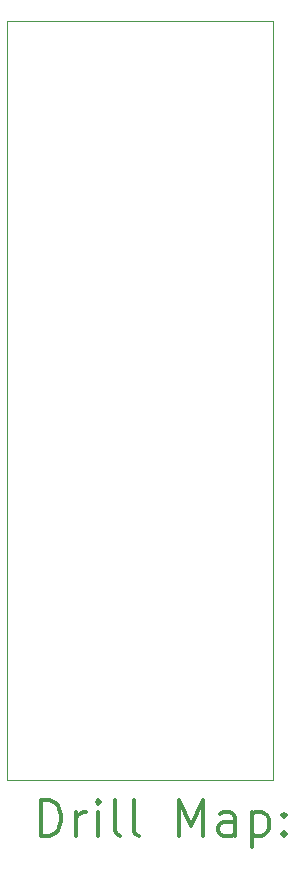
<source format=gbr>
%FSLAX45Y45*%
G04 Gerber Fmt 4.5, Leading zero omitted, Abs format (unit mm)*
G04 Created by KiCad (PCBNEW (5.1.2)-1) date 2019-12-23 21:45:00*
%MOMM*%
%LPD*%
G04 APERTURE LIST*
%ADD10C,0.050000*%
%ADD11C,0.200000*%
%ADD12C,0.300000*%
G04 APERTURE END LIST*
D10*
X9226550Y-10731500D02*
X9226550Y-4298950D01*
X11474450Y-10731500D02*
X9226550Y-10731500D01*
X11474450Y-4298950D02*
X11474450Y-10731500D01*
X9226550Y-4298950D02*
X11474450Y-4298950D01*
D11*
D12*
X9510478Y-11199714D02*
X9510478Y-10899714D01*
X9581907Y-10899714D01*
X9624764Y-10914000D01*
X9653336Y-10942572D01*
X9667621Y-10971143D01*
X9681907Y-11028286D01*
X9681907Y-11071143D01*
X9667621Y-11128286D01*
X9653336Y-11156857D01*
X9624764Y-11185429D01*
X9581907Y-11199714D01*
X9510478Y-11199714D01*
X9810478Y-11199714D02*
X9810478Y-10999714D01*
X9810478Y-11056857D02*
X9824764Y-11028286D01*
X9839050Y-11014000D01*
X9867621Y-10999714D01*
X9896193Y-10999714D01*
X9996193Y-11199714D02*
X9996193Y-10999714D01*
X9996193Y-10899714D02*
X9981907Y-10914000D01*
X9996193Y-10928286D01*
X10010478Y-10914000D01*
X9996193Y-10899714D01*
X9996193Y-10928286D01*
X10181907Y-11199714D02*
X10153336Y-11185429D01*
X10139050Y-11156857D01*
X10139050Y-10899714D01*
X10339050Y-11199714D02*
X10310478Y-11185429D01*
X10296193Y-11156857D01*
X10296193Y-10899714D01*
X10681907Y-11199714D02*
X10681907Y-10899714D01*
X10781907Y-11114000D01*
X10881907Y-10899714D01*
X10881907Y-11199714D01*
X11153336Y-11199714D02*
X11153336Y-11042572D01*
X11139050Y-11014000D01*
X11110478Y-10999714D01*
X11053336Y-10999714D01*
X11024764Y-11014000D01*
X11153336Y-11185429D02*
X11124764Y-11199714D01*
X11053336Y-11199714D01*
X11024764Y-11185429D01*
X11010478Y-11156857D01*
X11010478Y-11128286D01*
X11024764Y-11099714D01*
X11053336Y-11085429D01*
X11124764Y-11085429D01*
X11153336Y-11071143D01*
X11296193Y-10999714D02*
X11296193Y-11299714D01*
X11296193Y-11014000D02*
X11324764Y-10999714D01*
X11381907Y-10999714D01*
X11410478Y-11014000D01*
X11424764Y-11028286D01*
X11439050Y-11056857D01*
X11439050Y-11142572D01*
X11424764Y-11171143D01*
X11410478Y-11185429D01*
X11381907Y-11199714D01*
X11324764Y-11199714D01*
X11296193Y-11185429D01*
X11567621Y-11171143D02*
X11581907Y-11185429D01*
X11567621Y-11199714D01*
X11553336Y-11185429D01*
X11567621Y-11171143D01*
X11567621Y-11199714D01*
X11567621Y-11014000D02*
X11581907Y-11028286D01*
X11567621Y-11042572D01*
X11553336Y-11028286D01*
X11567621Y-11014000D01*
X11567621Y-11042572D01*
M02*

</source>
